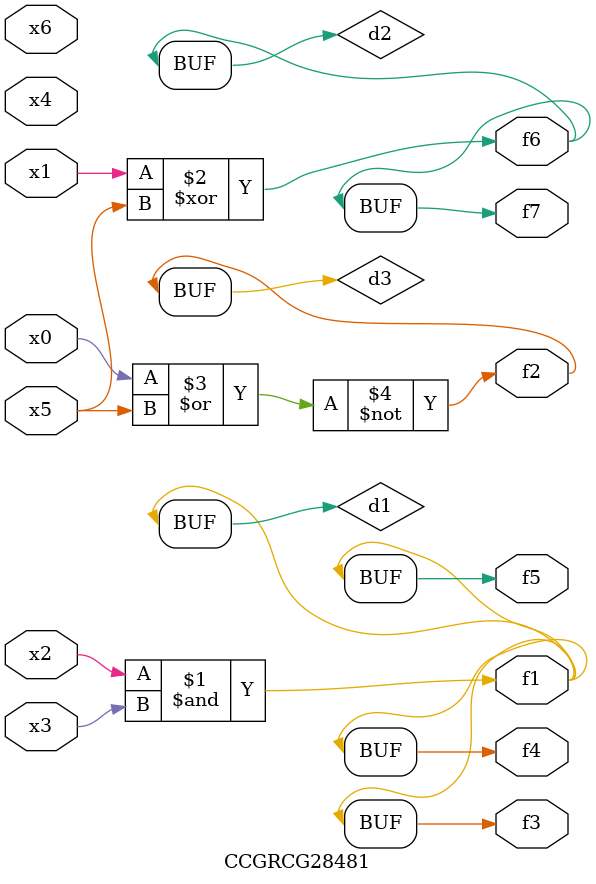
<source format=v>
module CCGRCG28481(
	input x0, x1, x2, x3, x4, x5, x6,
	output f1, f2, f3, f4, f5, f6, f7
);

	wire d1, d2, d3;

	and (d1, x2, x3);
	xor (d2, x1, x5);
	nor (d3, x0, x5);
	assign f1 = d1;
	assign f2 = d3;
	assign f3 = d1;
	assign f4 = d1;
	assign f5 = d1;
	assign f6 = d2;
	assign f7 = d2;
endmodule

</source>
